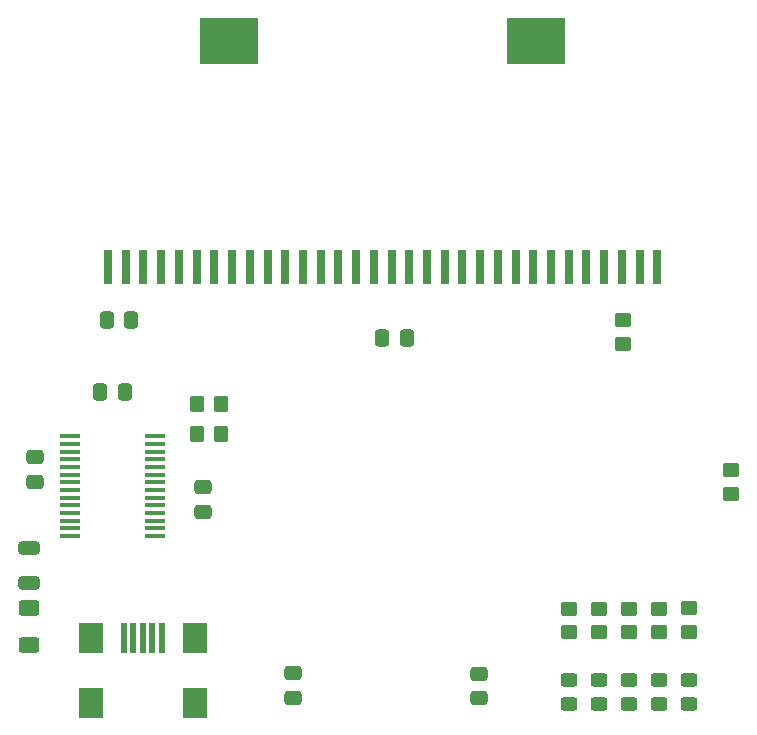
<source format=gbr>
%TF.GenerationSoftware,KiCad,Pcbnew,7.0.10*%
%TF.CreationDate,2024-03-24T11:08:13+01:00*%
%TF.ProjectId,dmg-gbc-cartridge-reader.kicad_pro,646d672d-6762-4632-9d63-617274726964,rev?*%
%TF.SameCoordinates,Original*%
%TF.FileFunction,Paste,Top*%
%TF.FilePolarity,Positive*%
%FSLAX46Y46*%
G04 Gerber Fmt 4.6, Leading zero omitted, Abs format (unit mm)*
G04 Created by KiCad (PCBNEW 7.0.10) date 2024-03-24 11:08:13*
%MOMM*%
%LPD*%
G01*
G04 APERTURE LIST*
G04 Aperture macros list*
%AMRoundRect*
0 Rectangle with rounded corners*
0 $1 Rounding radius*
0 $2 $3 $4 $5 $6 $7 $8 $9 X,Y pos of 4 corners*
0 Add a 4 corners polygon primitive as box body*
4,1,4,$2,$3,$4,$5,$6,$7,$8,$9,$2,$3,0*
0 Add four circle primitives for the rounded corners*
1,1,$1+$1,$2,$3*
1,1,$1+$1,$4,$5*
1,1,$1+$1,$6,$7*
1,1,$1+$1,$8,$9*
0 Add four rect primitives between the rounded corners*
20,1,$1+$1,$2,$3,$4,$5,0*
20,1,$1+$1,$4,$5,$6,$7,0*
20,1,$1+$1,$6,$7,$8,$9,0*
20,1,$1+$1,$8,$9,$2,$3,0*%
G04 Aperture macros list end*
%ADD10R,0.750000X3.000000*%
%ADD11R,5.000000X4.000000*%
%ADD12RoundRect,0.250000X-0.475000X0.337500X-0.475000X-0.337500X0.475000X-0.337500X0.475000X0.337500X0*%
%ADD13RoundRect,0.250000X-0.337500X-0.475000X0.337500X-0.475000X0.337500X0.475000X-0.337500X0.475000X0*%
%ADD14RoundRect,0.250000X0.337500X0.475000X-0.337500X0.475000X-0.337500X-0.475000X0.337500X-0.475000X0*%
%ADD15RoundRect,0.250000X-0.450000X0.350000X-0.450000X-0.350000X0.450000X-0.350000X0.450000X0.350000X0*%
%ADD16RoundRect,0.250000X0.350000X0.450000X-0.350000X0.450000X-0.350000X-0.450000X0.350000X-0.450000X0*%
%ADD17RoundRect,0.250000X0.450000X-0.350000X0.450000X0.350000X-0.450000X0.350000X-0.450000X-0.350000X0*%
%ADD18RoundRect,0.250000X0.450000X-0.325000X0.450000X0.325000X-0.450000X0.325000X-0.450000X-0.325000X0*%
%ADD19R,1.750000X0.450000*%
%ADD20R,2.000000X2.500000*%
%ADD21R,0.500000X2.500000*%
%ADD22RoundRect,0.249999X-0.625001X0.400001X-0.625001X-0.400001X0.625001X-0.400001X0.625001X0.400001X0*%
%ADD23RoundRect,0.249999X0.650001X-0.325001X0.650001X0.325001X-0.650001X0.325001X-0.650001X-0.325001X0*%
G04 APERTURE END LIST*
D10*
%TO.C,U1*%
X39742000Y-43228000D03*
X41242000Y-43228000D03*
X42742000Y-43228000D03*
X44242000Y-43228000D03*
X45742000Y-43228000D03*
X47242000Y-43228000D03*
X48742000Y-43228000D03*
X50242000Y-43228000D03*
X51742000Y-43228000D03*
X53242000Y-43228000D03*
X54742000Y-43228000D03*
X56242000Y-43228000D03*
X57742000Y-43228000D03*
X59242000Y-43228000D03*
X60742000Y-43228000D03*
X62242000Y-43228000D03*
X63742000Y-43228000D03*
X65242000Y-43228000D03*
X66742000Y-43228000D03*
X68242000Y-43228000D03*
X69742000Y-43228000D03*
X71242000Y-43228000D03*
X72742000Y-43228000D03*
X74242000Y-43228000D03*
X75742000Y-43228000D03*
X77242000Y-43228000D03*
X78742000Y-43228000D03*
X80242000Y-43228000D03*
X81742000Y-43228000D03*
X83242000Y-43228000D03*
X84742000Y-43228000D03*
X86242000Y-43228000D03*
D11*
X75992000Y-24128000D03*
X49992000Y-24128000D03*
%TD*%
D12*
%TO.C,C7*%
X33528000Y-59393000D03*
X33528000Y-61468000D03*
%TD*%
%TO.C,C6*%
X47752000Y-61933000D03*
X47752000Y-64008000D03*
%TD*%
D13*
%TO.C,C5*%
X62949000Y-49276000D03*
X65024000Y-49276000D03*
%TD*%
D14*
%TO.C,C4*%
X41699000Y-47752000D03*
X39624000Y-47752000D03*
%TD*%
D12*
%TO.C,C3*%
X55372000Y-77681000D03*
X55372000Y-79756000D03*
%TD*%
%TO.C,C2*%
X71120000Y-77724000D03*
X71120000Y-79799000D03*
%TD*%
D14*
%TO.C,C1*%
X41148000Y-53848000D03*
X39073000Y-53848000D03*
%TD*%
D15*
%TO.C,R9*%
X88900000Y-72168000D03*
X88900000Y-74168000D03*
%TD*%
%TO.C,R8*%
X86360000Y-72200000D03*
X86360000Y-74200000D03*
%TD*%
%TO.C,R7*%
X78740000Y-72200000D03*
X78740000Y-74200000D03*
%TD*%
%TO.C,R6*%
X83820000Y-72200000D03*
X83820000Y-74200000D03*
%TD*%
%TO.C,R5*%
X81280000Y-72200000D03*
X81280000Y-74200000D03*
%TD*%
D16*
%TO.C,R4*%
X49276000Y-57404000D03*
X47276000Y-57404000D03*
%TD*%
%TO.C,R3*%
X49276000Y-54864000D03*
X47276000Y-54864000D03*
%TD*%
D17*
%TO.C,R2*%
X92456000Y-62452000D03*
X92456000Y-60452000D03*
%TD*%
%TO.C,R1*%
X83312000Y-49784000D03*
X83312000Y-47784000D03*
%TD*%
D18*
%TO.C,D5*%
X88900000Y-80264000D03*
X88900000Y-78214000D03*
%TD*%
%TO.C,D4*%
X86360000Y-78205000D03*
X86360000Y-80255000D03*
%TD*%
%TO.C,D3*%
X78740000Y-80255000D03*
X78740000Y-78205000D03*
%TD*%
%TO.C,D2*%
X83820000Y-80255000D03*
X83820000Y-78205000D03*
%TD*%
%TO.C,D1*%
X81280000Y-80255000D03*
X81280000Y-78205000D03*
%TD*%
D19*
%TO.C,U3*%
X43688000Y-57590000D03*
X43688000Y-58240000D03*
X43688000Y-58890000D03*
X43688000Y-59540000D03*
X43688000Y-60190000D03*
X43688000Y-60840000D03*
X43688000Y-61490000D03*
X43688000Y-62140000D03*
X43688000Y-62790000D03*
X43688000Y-63440000D03*
X43688000Y-64090000D03*
X43688000Y-64740000D03*
X43688000Y-65390000D03*
X43688000Y-66040000D03*
X36488000Y-66040000D03*
X36488000Y-65390000D03*
X36488000Y-64740000D03*
X36488000Y-64090000D03*
X36488000Y-63440000D03*
X36488000Y-62790000D03*
X36488000Y-62140000D03*
X36488000Y-61490000D03*
X36488000Y-60840000D03*
X36488000Y-60190000D03*
X36488000Y-59540000D03*
X36488000Y-58890000D03*
X36488000Y-58240000D03*
X36488000Y-57590000D03*
%TD*%
D20*
%TO.C,J2*%
X38272000Y-80160000D03*
X47072000Y-80160000D03*
X47072000Y-74660000D03*
X38272000Y-74660000D03*
D21*
X44272000Y-74660000D03*
X43472000Y-74660000D03*
X42672000Y-74660000D03*
X41872000Y-74660000D03*
X41072000Y-74660000D03*
%TD*%
D22*
%TO.C,F1*%
X33020000Y-75236000D03*
X33020000Y-72136000D03*
%TD*%
D23*
%TO.C,C8*%
X33020000Y-67056000D03*
X33020000Y-70006000D03*
%TD*%
M02*

</source>
